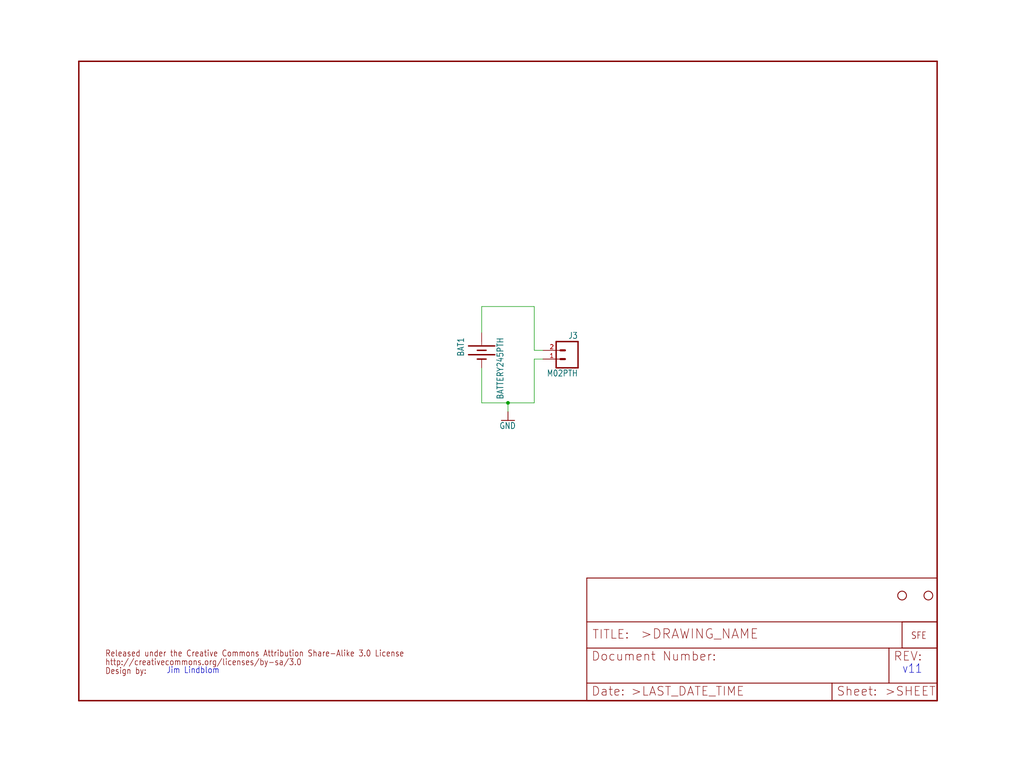
<source format=kicad_sch>
(kicad_sch (version 20211123) (generator eeschema)
  (paper "User" 297.002 223.926)
  (lib_symbols
    (symbol "schematicEagle-eagle-import:BATTERY245PTH"
      (property "Reference" "BAT" (at -3.81 5.08 0))
      (property "Value" "BATTERY245PTH" (at -3.81 -6.35 0))
      (symbol "BATTERY245PTH_1_0"
        (polyline (pts (xy -2.54 0) (xy -1.524 0)) (stroke (width 0.1524)))
        (polyline (pts (xy -1.27 3.81) (xy -1.27 -3.81)) (stroke (width 0.4064)))
        (polyline (pts (xy 0 1.27) (xy 0 -1.27)) (stroke (width 0.4064)))
        (polyline (pts (xy 1.27 3.81) (xy 1.27 -3.81)) (stroke (width 0.4064)))
        (polyline (pts (xy 2.54 1.27) (xy 2.54 -1.27)) (stroke (width 0.4064)))
        (pin power_in line (at 5.08 0 180) (length 2.54) (name "-") (number "2"))
        (pin power_in line (at -5.08 0 0) (length 2.54) (name "+") (number "3"))
      )
    )
    (symbol "schematicEagle-eagle-import:CREATIVE_COMMONS"
      (symbol "CREATIVE_COMMONS_1_0"
        (text "Design by:" (at 0 0 0) (effects (font (size 1.778 1.5113)) (justify left bottom)))
        (text "http://creativecommons.org/licenses/by-sa/3.0" (at 0 2.54 0) (effects (font (size 1.778 1.5113)) (justify left bottom)))
        (text "Released under the Creative Commons Attribution Share-Alike 3.0 License" (at 0 5.08 0) (effects (font (size 1.778 1.5113)) (justify left bottom)))
      )
    )
    (symbol "schematicEagle-eagle-import:FRAME-LETTER"
      (symbol "FRAME-LETTER_1_0"
        (polyline (pts (xy 0 0) (xy 248.92 0)) (stroke (width 0.4064)))
        (polyline (pts (xy 0 185.42) (xy 0 0)) (stroke (width 0.4064)))
        (polyline (pts (xy 0 185.42) (xy 248.92 185.42)) (stroke (width 0.4064)))
        (polyline (pts (xy 248.92 185.42) (xy 248.92 0)) (stroke (width 0.4064)))
      )
      (symbol "FRAME-LETTER_2_0"
        (polyline (pts (xy 0 0) (xy 0 5.08)) (stroke (width 0.254)))
        (polyline (pts (xy 0 0) (xy 71.12 0)) (stroke (width 0.254)))
        (polyline (pts (xy 0 5.08) (xy 0 15.24)) (stroke (width 0.254)))
        (polyline (pts (xy 0 5.08) (xy 71.12 5.08)) (stroke (width 0.254)))
        (polyline (pts (xy 0 15.24) (xy 0 22.86)) (stroke (width 0.254)))
        (polyline (pts (xy 0 22.86) (xy 0 35.56)) (stroke (width 0.254)))
        (polyline (pts (xy 0 22.86) (xy 101.6 22.86)) (stroke (width 0.254)))
        (polyline (pts (xy 71.12 0) (xy 101.6 0)) (stroke (width 0.254)))
        (polyline (pts (xy 71.12 5.08) (xy 71.12 0)) (stroke (width 0.254)))
        (polyline (pts (xy 71.12 5.08) (xy 87.63 5.08)) (stroke (width 0.254)))
        (polyline (pts (xy 87.63 5.08) (xy 101.6 5.08)) (stroke (width 0.254)))
        (polyline (pts (xy 87.63 15.24) (xy 0 15.24)) (stroke (width 0.254)))
        (polyline (pts (xy 87.63 15.24) (xy 87.63 5.08)) (stroke (width 0.254)))
        (polyline (pts (xy 101.6 5.08) (xy 101.6 0)) (stroke (width 0.254)))
        (polyline (pts (xy 101.6 15.24) (xy 87.63 15.24)) (stroke (width 0.254)))
        (polyline (pts (xy 101.6 15.24) (xy 101.6 5.08)) (stroke (width 0.254)))
        (polyline (pts (xy 101.6 22.86) (xy 101.6 15.24)) (stroke (width 0.254)))
        (polyline (pts (xy 101.6 35.56) (xy 0 35.56)) (stroke (width 0.254)))
        (polyline (pts (xy 101.6 35.56) (xy 101.6 22.86)) (stroke (width 0.254)))
        (text ">DRAWING_NAME" (at 15.494 17.78 0) (effects (font (size 2.7432 2.7432)) (justify left bottom)))
        (text ">LAST_DATE_TIME" (at 12.7 1.27 0) (effects (font (size 2.54 2.54)) (justify left bottom)))
        (text ">SHEET" (at 86.36 1.27 0) (effects (font (size 2.54 2.54)) (justify left bottom)))
        (text "Date:" (at 1.27 1.27 0) (effects (font (size 2.54 2.54)) (justify left bottom)))
        (text "Document Number:" (at 1.27 11.43 0) (effects (font (size 2.54 2.54)) (justify left bottom)))
        (text "REV:" (at 88.9 11.43 0) (effects (font (size 2.54 2.54)) (justify left bottom)))
        (text "Sheet:" (at 72.39 1.27 0) (effects (font (size 2.54 2.54)) (justify left bottom)))
        (text "TITLE:" (at 1.524 17.78 0) (effects (font (size 2.54 2.54)) (justify left bottom)))
      )
    )
    (symbol "schematicEagle-eagle-import:GND" (power)
      (property "Value" "GND" (at -2.54 -2.54 0))
      (symbol "GND_1_0"
        (polyline (pts (xy -1.905 0) (xy 1.905 0)) (stroke (width 0.254)))
        (pin power_in line (at 0 2.54 270) (length 2.54) (name "GND") (number "1"))
      )
    )
    (symbol "schematicEagle-eagle-import:LOGO-SFENEW"
      (symbol "LOGO-SFENEW_1_0"
        (polyline (pts (xy -2.54 -2.54) (xy 7.62 -2.54)) (stroke (width 0.254)))
        (polyline (pts (xy -2.54 5.08) (xy -2.54 -2.54)) (stroke (width 0.254)))
        (polyline (pts (xy 7.62 -2.54) (xy 7.62 5.08)) (stroke (width 0.254)))
        (polyline (pts (xy 7.62 5.08) (xy -2.54 5.08)) (stroke (width 0.254)))
        (text "SFE" (at 0 0 0) (effects (font (size 1.9304 1.6408)) (justify left bottom)))
      )
    )
    (symbol "schematicEagle-eagle-import:M02PTH"
      (property "Reference" "JP" (at -2.54 5.842 0))
      (property "Value" "M02PTH" (at -2.54 -5.08 0))
      (symbol "M02PTH_1_0"
        (polyline (pts (xy -2.54 5.08) (xy -2.54 -2.54)) (stroke (width 0.4064)))
        (polyline (pts (xy -2.54 5.08) (xy 3.81 5.08)) (stroke (width 0.4064)))
        (polyline (pts (xy 1.27 0) (xy 2.54 0)) (stroke (width 0.6096)))
        (polyline (pts (xy 1.27 2.54) (xy 2.54 2.54)) (stroke (width 0.6096)))
        (polyline (pts (xy 3.81 -2.54) (xy -2.54 -2.54)) (stroke (width 0.4064)))
        (polyline (pts (xy 3.81 -2.54) (xy 3.81 5.08)) (stroke (width 0.4064)))
        (pin passive line (at 7.62 0 180) (length 5.08) (name "1") (number "1"))
        (pin passive line (at 7.62 2.54 180) (length 5.08) (name "2") (number "2"))
      )
    )
    (symbol "schematicEagle-eagle-import:STAND-OFF"
      (symbol "STAND-OFF_1_0"
        (circle (center 0 0) (radius 1.27) (stroke (width 0.254)))
      )
    )
  )
  (junction (at 147.32 116.84))
  (wire (pts (xy 139.7 96.52) (xy 139.7 88.9)))
  (wire (pts (xy 154.94 116.84) (xy 154.94 104.14)))
  (wire (pts (xy 147.32 119.38) (xy 147.32 116.84)))
  (wire (pts (xy 154.94 104.14) (xy 157.48 104.14)))
  (wire (pts (xy 139.7 106.68) (xy 139.7 116.84)))
  (wire (pts (xy 154.94 101.6) (xy 157.48 101.6)))
  (wire (pts (xy 154.94 88.9) (xy 154.94 101.6)))
  (wire (pts (xy 139.7 88.9) (xy 154.94 88.9)))
  (wire (pts (xy 139.7 116.84) (xy 147.32 116.84)))
  (wire (pts (xy 147.32 116.84) (xy 154.94 116.84)))
  (text "v11" (at 261.62 195.58 180) (effects (font (size 2.54 2.159)) (justify left bottom)))
  (text "Jim Lindblom" (at 48.26 195.58 180) (effects (font (size 1.778 1.5113)) (justify left bottom)))
  (symbol (lib_id "schematicEagle-eagle-import:M02PTH") (at 165.1 104.14 0) (mirror y) (unit 1)
    (property "Reference" "J3" (at 167.64 98.298 0) (effects (font (size 1.778 1.5113)) (justify left bottom)))
    (property "Value" "M02PTH" (at 167.64 109.22 0) (effects (font (size 1.778 1.5113)) (justify left bottom)))
    (property "Footprint" "schematicEagle:1X02" (effects hide))
  )
  (symbol (lib_id "schematicEagle-eagle-import:FRAME-LETTER") (at 170.18 203.2 0) (unit 2)
    (property "Reference" "#FRAME1" (effects hide))
    (property "Value" "FRAME-LETTER" (effects hide))
    (property "Footprint" "schematicEagle:" (effects hide))
  )
  (symbol (lib_id "schematicEagle-eagle-import:STAND-OFF") (at 261.62 172.72 0) (unit 1)
    (property "Reference" "JP5" (effects hide))
    (property "Value" "STAND-OFF" (effects hide))
    (property "Footprint" "schematicEagle:STAND-OFF" (effects hide))
  )
  (symbol (lib_id "schematicEagle-eagle-import:FRAME-LETTER") (at 22.86 203.2 0) (unit 1)
    (property "Reference" "#FRAME1" (effects hide))
    (property "Value" "FRAME-LETTER" (effects hide))
    (property "Footprint" "schematicEagle:" (effects hide))
  )
  (symbol (lib_id "schematicEagle-eagle-import:LOGO-SFENEW") (at 264.16 185.42 0) (unit 1)
    (property "Reference" "JP2" (effects hide))
    (property "Value" "LOGO-SFENEW" (effects hide))
    (property "Footprint" "schematicEagle:SFE-NEW-WEBLOGO" (effects hide))
  )
  (symbol (lib_id "schematicEagle-eagle-import:CREATIVE_COMMONS") (at 30.48 195.58 0) (unit 1)
    (property "Reference" "U$1" (effects hide))
    (property "Value" "CREATIVE_COMMONS" (effects hide))
    (property "Footprint" "schematicEagle:CREATIVE_COMMONS" (effects hide))
  )
  (symbol (lib_id "schematicEagle-eagle-import:STAND-OFF") (at 269.24 172.72 0) (unit 1)
    (property "Reference" "JP4" (effects hide))
    (property "Value" "STAND-OFF" (effects hide))
    (property "Footprint" "schematicEagle:STAND-OFF" (effects hide))
  )
  (symbol (lib_id "schematicEagle-eagle-import:GND") (at 147.32 121.92 0) (unit 1)
    (property "Reference" "#GND1" (effects hide))
    (property "Value" "GND" (at 144.78 124.46 0) (effects (font (size 1.778 1.5113)) (justify left bottom)))
    (property "Footprint" "schematicEagle:" (effects hide))
  )
  (symbol (lib_id "schematicEagle-eagle-import:BATTERY245PTH") (at 139.7 101.6 90) (mirror x) (unit 1)
    (property "Reference" "BAT1" (at 134.62 97.79 0) (effects (font (size 1.778 1.5113)) (justify left bottom)))
    (property "Value" "BATTERY245PTH" (at 146.05 97.79 0) (effects (font (size 1.778 1.5113)) (justify left bottom)))
    (property "Footprint" "schematicEagle:BATTCON_245MM_PTH" (effects hide))
  )
)
</source>
